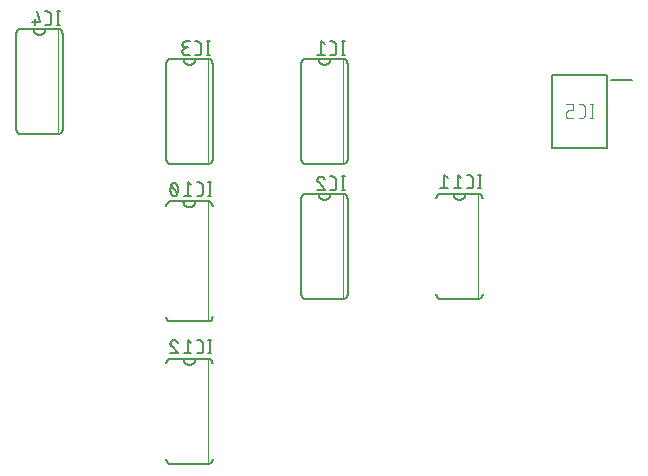
<source format=gbr>
G04 EAGLE Gerber RS-274X export*
G75*
%MOMM*%
%FSLAX34Y34*%
%LPD*%
%INSilkscreen Bottom*%
%IPPOS*%
%AMOC8*
5,1,8,0,0,1.08239X$1,22.5*%
G01*
%ADD10C,0.152400*%
%ADD11C,0.050800*%
%ADD12C,0.127000*%
%ADD13C,0.200000*%
%ADD14C,0.101600*%


D10*
X561848Y482600D02*
X561970Y482602D01*
X562092Y482608D01*
X562214Y482618D01*
X562335Y482631D01*
X562456Y482649D01*
X562576Y482670D01*
X562696Y482696D01*
X562814Y482725D01*
X562932Y482757D01*
X563049Y482794D01*
X563164Y482834D01*
X563278Y482878D01*
X563390Y482926D01*
X563501Y482977D01*
X563610Y483032D01*
X563718Y483090D01*
X563823Y483152D01*
X563926Y483217D01*
X564028Y483285D01*
X564127Y483357D01*
X564223Y483431D01*
X564318Y483509D01*
X564409Y483590D01*
X564499Y483673D01*
X564585Y483759D01*
X564668Y483849D01*
X564749Y483940D01*
X564827Y484035D01*
X564901Y484131D01*
X564973Y484230D01*
X565041Y484332D01*
X565106Y484435D01*
X565168Y484540D01*
X565226Y484648D01*
X565281Y484757D01*
X565332Y484868D01*
X565380Y484980D01*
X565424Y485094D01*
X565464Y485209D01*
X565501Y485326D01*
X565533Y485444D01*
X565562Y485562D01*
X565588Y485682D01*
X565609Y485802D01*
X565627Y485923D01*
X565640Y486044D01*
X565650Y486166D01*
X565656Y486288D01*
X565658Y486410D01*
X526542Y580390D02*
X526544Y580512D01*
X526550Y580634D01*
X526560Y580756D01*
X526573Y580877D01*
X526591Y580998D01*
X526612Y581118D01*
X526638Y581238D01*
X526667Y581356D01*
X526699Y581474D01*
X526736Y581591D01*
X526776Y581706D01*
X526820Y581820D01*
X526868Y581932D01*
X526919Y582043D01*
X526974Y582152D01*
X527032Y582260D01*
X527094Y582365D01*
X527159Y582468D01*
X527227Y582570D01*
X527299Y582669D01*
X527373Y582765D01*
X527451Y582860D01*
X527532Y582951D01*
X527615Y583041D01*
X527701Y583127D01*
X527791Y583210D01*
X527882Y583291D01*
X527977Y583369D01*
X528073Y583443D01*
X528172Y583515D01*
X528274Y583583D01*
X528377Y583648D01*
X528482Y583710D01*
X528590Y583768D01*
X528699Y583823D01*
X528810Y583874D01*
X528922Y583922D01*
X529036Y583966D01*
X529151Y584006D01*
X529268Y584043D01*
X529386Y584075D01*
X529504Y584104D01*
X529624Y584130D01*
X529744Y584151D01*
X529865Y584169D01*
X529986Y584182D01*
X530108Y584192D01*
X530230Y584198D01*
X530352Y584200D01*
X526542Y486410D02*
X526544Y486288D01*
X526550Y486166D01*
X526560Y486044D01*
X526573Y485923D01*
X526591Y485802D01*
X526612Y485682D01*
X526638Y485562D01*
X526667Y485444D01*
X526699Y485326D01*
X526736Y485209D01*
X526776Y485094D01*
X526820Y484980D01*
X526868Y484868D01*
X526919Y484757D01*
X526974Y484648D01*
X527032Y484540D01*
X527094Y484435D01*
X527159Y484332D01*
X527227Y484230D01*
X527299Y484131D01*
X527373Y484035D01*
X527451Y483940D01*
X527532Y483849D01*
X527615Y483759D01*
X527701Y483673D01*
X527791Y483590D01*
X527882Y483509D01*
X527977Y483431D01*
X528073Y483357D01*
X528172Y483285D01*
X528274Y483217D01*
X528377Y483152D01*
X528482Y483090D01*
X528590Y483032D01*
X528699Y482977D01*
X528810Y482926D01*
X528922Y482878D01*
X529036Y482834D01*
X529151Y482794D01*
X529268Y482757D01*
X529386Y482725D01*
X529504Y482696D01*
X529624Y482670D01*
X529744Y482649D01*
X529865Y482631D01*
X529986Y482618D01*
X530108Y482608D01*
X530230Y482602D01*
X530352Y482600D01*
X565658Y580390D02*
X565656Y580512D01*
X565650Y580634D01*
X565640Y580756D01*
X565627Y580877D01*
X565609Y580998D01*
X565588Y581118D01*
X565562Y581238D01*
X565533Y581356D01*
X565501Y581474D01*
X565464Y581591D01*
X565424Y581706D01*
X565380Y581820D01*
X565332Y581932D01*
X565281Y582043D01*
X565226Y582152D01*
X565168Y582260D01*
X565106Y582365D01*
X565041Y582468D01*
X564973Y582570D01*
X564901Y582669D01*
X564827Y582765D01*
X564749Y582860D01*
X564668Y582951D01*
X564585Y583041D01*
X564499Y583127D01*
X564409Y583210D01*
X564318Y583291D01*
X564223Y583369D01*
X564127Y583443D01*
X564028Y583515D01*
X563926Y583583D01*
X563823Y583648D01*
X563718Y583710D01*
X563610Y583768D01*
X563501Y583823D01*
X563390Y583874D01*
X563278Y583922D01*
X563164Y583966D01*
X563049Y584006D01*
X562932Y584043D01*
X562814Y584075D01*
X562696Y584104D01*
X562576Y584130D01*
X562456Y584151D01*
X562335Y584169D01*
X562214Y584182D01*
X562092Y584192D01*
X561970Y584198D01*
X561848Y584200D01*
X561848Y482600D02*
X530352Y482600D01*
X530352Y584200D02*
X541020Y584200D01*
X551180Y584200D01*
X561848Y584200D01*
X551180Y584200D02*
X551178Y584059D01*
X551172Y583918D01*
X551162Y583777D01*
X551149Y583636D01*
X551131Y583496D01*
X551109Y583357D01*
X551084Y583218D01*
X551055Y583079D01*
X551022Y582942D01*
X550985Y582806D01*
X550944Y582671D01*
X550900Y582536D01*
X550852Y582404D01*
X550800Y582272D01*
X550745Y582142D01*
X550686Y582014D01*
X550623Y581887D01*
X550557Y581763D01*
X550488Y581640D01*
X550415Y581519D01*
X550339Y581400D01*
X550259Y581283D01*
X550176Y581169D01*
X550091Y581056D01*
X550002Y580947D01*
X549910Y580839D01*
X549815Y580735D01*
X549717Y580633D01*
X549616Y580534D01*
X549513Y580437D01*
X549407Y580344D01*
X549299Y580254D01*
X549188Y580166D01*
X549075Y580082D01*
X548959Y580001D01*
X548841Y579923D01*
X548721Y579848D01*
X548599Y579777D01*
X548475Y579709D01*
X548349Y579645D01*
X548222Y579584D01*
X548093Y579527D01*
X547962Y579474D01*
X547830Y579424D01*
X547697Y579377D01*
X547562Y579335D01*
X547426Y579296D01*
X547289Y579261D01*
X547152Y579230D01*
X547013Y579203D01*
X546874Y579179D01*
X546734Y579160D01*
X546594Y579144D01*
X546453Y579132D01*
X546312Y579124D01*
X546171Y579120D01*
X546029Y579120D01*
X545888Y579124D01*
X545747Y579132D01*
X545606Y579144D01*
X545466Y579160D01*
X545326Y579179D01*
X545187Y579203D01*
X545048Y579230D01*
X544911Y579261D01*
X544774Y579296D01*
X544638Y579335D01*
X544503Y579377D01*
X544370Y579424D01*
X544238Y579474D01*
X544107Y579527D01*
X543978Y579584D01*
X543851Y579645D01*
X543725Y579709D01*
X543601Y579777D01*
X543479Y579848D01*
X543359Y579923D01*
X543241Y580001D01*
X543125Y580082D01*
X543012Y580166D01*
X542901Y580254D01*
X542793Y580344D01*
X542687Y580437D01*
X542584Y580534D01*
X542483Y580633D01*
X542385Y580735D01*
X542290Y580839D01*
X542198Y580947D01*
X542109Y581056D01*
X542024Y581169D01*
X541941Y581283D01*
X541861Y581400D01*
X541785Y581519D01*
X541712Y581640D01*
X541643Y581763D01*
X541577Y581887D01*
X541514Y582014D01*
X541455Y582142D01*
X541400Y582272D01*
X541348Y582404D01*
X541300Y582536D01*
X541256Y582671D01*
X541215Y582806D01*
X541178Y582942D01*
X541145Y583079D01*
X541116Y583218D01*
X541091Y583357D01*
X541069Y583496D01*
X541051Y583636D01*
X541038Y583777D01*
X541028Y583918D01*
X541022Y584059D01*
X541020Y584200D01*
D11*
X562102Y584200D02*
X562102Y482600D01*
D12*
X563245Y588645D02*
X563245Y600075D01*
X564515Y588645D02*
X561975Y588645D01*
X561975Y600075D02*
X564515Y600075D01*
X554773Y588645D02*
X552233Y588645D01*
X554773Y588645D02*
X554873Y588647D01*
X554972Y588653D01*
X555072Y588663D01*
X555170Y588676D01*
X555269Y588694D01*
X555366Y588715D01*
X555462Y588740D01*
X555558Y588769D01*
X555652Y588802D01*
X555745Y588838D01*
X555836Y588878D01*
X555926Y588922D01*
X556014Y588969D01*
X556100Y589019D01*
X556184Y589073D01*
X556266Y589130D01*
X556345Y589190D01*
X556423Y589254D01*
X556497Y589320D01*
X556569Y589389D01*
X556638Y589461D01*
X556704Y589535D01*
X556768Y589613D01*
X556828Y589692D01*
X556885Y589774D01*
X556939Y589858D01*
X556989Y589944D01*
X557036Y590032D01*
X557080Y590122D01*
X557120Y590213D01*
X557156Y590306D01*
X557189Y590400D01*
X557218Y590496D01*
X557243Y590592D01*
X557264Y590689D01*
X557282Y590788D01*
X557295Y590886D01*
X557305Y590986D01*
X557311Y591085D01*
X557313Y591185D01*
X557313Y597535D01*
X557311Y597635D01*
X557305Y597734D01*
X557295Y597834D01*
X557282Y597932D01*
X557264Y598031D01*
X557243Y598128D01*
X557218Y598224D01*
X557189Y598320D01*
X557156Y598414D01*
X557120Y598507D01*
X557080Y598598D01*
X557036Y598688D01*
X556989Y598776D01*
X556939Y598862D01*
X556885Y598946D01*
X556828Y599028D01*
X556768Y599107D01*
X556704Y599185D01*
X556638Y599259D01*
X556569Y599331D01*
X556497Y599400D01*
X556423Y599466D01*
X556345Y599530D01*
X556266Y599590D01*
X556184Y599647D01*
X556100Y599701D01*
X556014Y599751D01*
X555926Y599798D01*
X555836Y599842D01*
X555745Y599882D01*
X555652Y599918D01*
X555558Y599951D01*
X555462Y599980D01*
X555366Y600005D01*
X555269Y600026D01*
X555170Y600044D01*
X555072Y600057D01*
X554972Y600067D01*
X554873Y600073D01*
X554773Y600075D01*
X552233Y600075D01*
X547751Y597535D02*
X544576Y600075D01*
X544576Y588645D01*
X547751Y588645D02*
X541401Y588645D01*
X536321Y594360D02*
X536318Y594585D01*
X536310Y594810D01*
X536297Y595034D01*
X536278Y595258D01*
X536254Y595482D01*
X536225Y595705D01*
X536190Y595927D01*
X536150Y596148D01*
X536104Y596368D01*
X536054Y596587D01*
X535998Y596805D01*
X535937Y597022D01*
X535871Y597237D01*
X535800Y597450D01*
X535723Y597661D01*
X535642Y597871D01*
X535556Y598079D01*
X535465Y598284D01*
X535369Y598487D01*
X535369Y598488D02*
X535337Y598576D01*
X535301Y598663D01*
X535262Y598749D01*
X535219Y598833D01*
X535173Y598915D01*
X535124Y598995D01*
X535072Y599073D01*
X535016Y599149D01*
X534958Y599223D01*
X534896Y599294D01*
X534832Y599363D01*
X534765Y599429D01*
X534696Y599492D01*
X534624Y599553D01*
X534550Y599611D01*
X534473Y599665D01*
X534395Y599717D01*
X534314Y599765D01*
X534232Y599810D01*
X534147Y599852D01*
X534061Y599890D01*
X533974Y599925D01*
X533886Y599957D01*
X533796Y599984D01*
X533705Y600009D01*
X533613Y600029D01*
X533521Y600046D01*
X533427Y600059D01*
X533334Y600068D01*
X533240Y600074D01*
X533146Y600076D01*
X533052Y600074D01*
X532958Y600068D01*
X532865Y600059D01*
X532771Y600046D01*
X532679Y600029D01*
X532587Y600009D01*
X532496Y599984D01*
X532406Y599957D01*
X532318Y599925D01*
X532231Y599890D01*
X532145Y599852D01*
X532060Y599810D01*
X531978Y599765D01*
X531897Y599717D01*
X531819Y599665D01*
X531742Y599611D01*
X531668Y599553D01*
X531596Y599492D01*
X531527Y599429D01*
X531460Y599363D01*
X531396Y599294D01*
X531334Y599223D01*
X531276Y599149D01*
X531220Y599073D01*
X531168Y598995D01*
X531119Y598915D01*
X531073Y598833D01*
X531030Y598749D01*
X530991Y598663D01*
X530955Y598576D01*
X530923Y598488D01*
X530923Y598487D02*
X530827Y598284D01*
X530736Y598079D01*
X530650Y597871D01*
X530569Y597661D01*
X530492Y597450D01*
X530421Y597237D01*
X530355Y597022D01*
X530294Y596805D01*
X530238Y596587D01*
X530188Y596368D01*
X530142Y596148D01*
X530102Y595927D01*
X530067Y595705D01*
X530038Y595482D01*
X530014Y595258D01*
X529995Y595034D01*
X529982Y594810D01*
X529974Y594585D01*
X529971Y594360D01*
X536321Y594360D02*
X536318Y594135D01*
X536310Y593910D01*
X536297Y593686D01*
X536278Y593462D01*
X536254Y593238D01*
X536225Y593015D01*
X536190Y592793D01*
X536150Y592572D01*
X536104Y592352D01*
X536054Y592133D01*
X535998Y591915D01*
X535937Y591698D01*
X535871Y591483D01*
X535800Y591270D01*
X535723Y591059D01*
X535642Y590849D01*
X535556Y590641D01*
X535465Y590436D01*
X535369Y590233D01*
X535337Y590145D01*
X535301Y590058D01*
X535262Y589972D01*
X535219Y589888D01*
X535173Y589806D01*
X535124Y589726D01*
X535072Y589648D01*
X535016Y589572D01*
X534958Y589498D01*
X534896Y589427D01*
X534832Y589358D01*
X534765Y589292D01*
X534696Y589229D01*
X534624Y589168D01*
X534550Y589110D01*
X534473Y589056D01*
X534395Y589004D01*
X534314Y588956D01*
X534232Y588911D01*
X534147Y588869D01*
X534061Y588831D01*
X533974Y588796D01*
X533886Y588764D01*
X533796Y588737D01*
X533705Y588712D01*
X533613Y588692D01*
X533521Y588675D01*
X533427Y588662D01*
X533334Y588653D01*
X533240Y588647D01*
X533146Y588645D01*
X530923Y590233D02*
X530827Y590436D01*
X530736Y590641D01*
X530650Y590849D01*
X530569Y591059D01*
X530492Y591270D01*
X530421Y591483D01*
X530355Y591698D01*
X530294Y591915D01*
X530238Y592133D01*
X530188Y592352D01*
X530142Y592572D01*
X530102Y592793D01*
X530067Y593015D01*
X530038Y593238D01*
X530014Y593462D01*
X529995Y593686D01*
X529982Y593910D01*
X529974Y594135D01*
X529971Y594360D01*
X530923Y590233D02*
X530955Y590145D01*
X530991Y590058D01*
X531030Y589972D01*
X531073Y589888D01*
X531119Y589806D01*
X531168Y589726D01*
X531220Y589648D01*
X531276Y589572D01*
X531334Y589498D01*
X531396Y589427D01*
X531460Y589358D01*
X531527Y589292D01*
X531596Y589229D01*
X531668Y589168D01*
X531742Y589110D01*
X531819Y589056D01*
X531897Y589004D01*
X531978Y588956D01*
X532060Y588911D01*
X532145Y588869D01*
X532231Y588831D01*
X532318Y588796D01*
X532406Y588764D01*
X532496Y588737D01*
X532587Y588712D01*
X532679Y588692D01*
X532771Y588675D01*
X532865Y588662D01*
X532958Y588653D01*
X533052Y588647D01*
X533146Y588645D01*
X535686Y591185D02*
X530606Y597535D01*
D10*
X790448Y501650D02*
X790570Y501652D01*
X790692Y501658D01*
X790814Y501668D01*
X790935Y501681D01*
X791056Y501699D01*
X791176Y501720D01*
X791296Y501746D01*
X791414Y501775D01*
X791532Y501807D01*
X791649Y501844D01*
X791764Y501884D01*
X791878Y501928D01*
X791990Y501976D01*
X792101Y502027D01*
X792210Y502082D01*
X792318Y502140D01*
X792423Y502202D01*
X792526Y502267D01*
X792628Y502335D01*
X792727Y502407D01*
X792823Y502481D01*
X792918Y502559D01*
X793009Y502640D01*
X793099Y502723D01*
X793185Y502809D01*
X793268Y502899D01*
X793349Y502990D01*
X793427Y503085D01*
X793501Y503181D01*
X793573Y503280D01*
X793641Y503382D01*
X793706Y503485D01*
X793768Y503590D01*
X793826Y503698D01*
X793881Y503807D01*
X793932Y503918D01*
X793980Y504030D01*
X794024Y504144D01*
X794064Y504259D01*
X794101Y504376D01*
X794133Y504494D01*
X794162Y504612D01*
X794188Y504732D01*
X794209Y504852D01*
X794227Y504973D01*
X794240Y505094D01*
X794250Y505216D01*
X794256Y505338D01*
X794258Y505460D01*
X755142Y586740D02*
X755144Y586862D01*
X755150Y586984D01*
X755160Y587106D01*
X755173Y587227D01*
X755191Y587348D01*
X755212Y587468D01*
X755238Y587588D01*
X755267Y587706D01*
X755299Y587824D01*
X755336Y587941D01*
X755376Y588056D01*
X755420Y588170D01*
X755468Y588282D01*
X755519Y588393D01*
X755574Y588502D01*
X755632Y588610D01*
X755694Y588715D01*
X755759Y588818D01*
X755827Y588920D01*
X755899Y589019D01*
X755973Y589115D01*
X756051Y589210D01*
X756132Y589301D01*
X756215Y589391D01*
X756301Y589477D01*
X756391Y589560D01*
X756482Y589641D01*
X756577Y589719D01*
X756673Y589793D01*
X756772Y589865D01*
X756874Y589933D01*
X756977Y589998D01*
X757082Y590060D01*
X757190Y590118D01*
X757299Y590173D01*
X757410Y590224D01*
X757522Y590272D01*
X757636Y590316D01*
X757751Y590356D01*
X757868Y590393D01*
X757986Y590425D01*
X758104Y590454D01*
X758224Y590480D01*
X758344Y590501D01*
X758465Y590519D01*
X758586Y590532D01*
X758708Y590542D01*
X758830Y590548D01*
X758952Y590550D01*
X755142Y505460D02*
X755144Y505338D01*
X755150Y505216D01*
X755160Y505094D01*
X755173Y504973D01*
X755191Y504852D01*
X755212Y504732D01*
X755238Y504612D01*
X755267Y504494D01*
X755299Y504376D01*
X755336Y504259D01*
X755376Y504144D01*
X755420Y504030D01*
X755468Y503918D01*
X755519Y503807D01*
X755574Y503698D01*
X755632Y503590D01*
X755694Y503485D01*
X755759Y503382D01*
X755827Y503280D01*
X755899Y503181D01*
X755973Y503085D01*
X756051Y502990D01*
X756132Y502899D01*
X756215Y502809D01*
X756301Y502723D01*
X756391Y502640D01*
X756482Y502559D01*
X756577Y502481D01*
X756673Y502407D01*
X756772Y502335D01*
X756874Y502267D01*
X756977Y502202D01*
X757082Y502140D01*
X757190Y502082D01*
X757299Y502027D01*
X757410Y501976D01*
X757522Y501928D01*
X757636Y501884D01*
X757751Y501844D01*
X757868Y501807D01*
X757986Y501775D01*
X758104Y501746D01*
X758224Y501720D01*
X758344Y501699D01*
X758465Y501681D01*
X758586Y501668D01*
X758708Y501658D01*
X758830Y501652D01*
X758952Y501650D01*
X794258Y586740D02*
X794256Y586862D01*
X794250Y586984D01*
X794240Y587106D01*
X794227Y587227D01*
X794209Y587348D01*
X794188Y587468D01*
X794162Y587588D01*
X794133Y587706D01*
X794101Y587824D01*
X794064Y587941D01*
X794024Y588056D01*
X793980Y588170D01*
X793932Y588282D01*
X793881Y588393D01*
X793826Y588502D01*
X793768Y588610D01*
X793706Y588715D01*
X793641Y588818D01*
X793573Y588920D01*
X793501Y589019D01*
X793427Y589115D01*
X793349Y589210D01*
X793268Y589301D01*
X793185Y589391D01*
X793099Y589477D01*
X793009Y589560D01*
X792918Y589641D01*
X792823Y589719D01*
X792727Y589793D01*
X792628Y589865D01*
X792526Y589933D01*
X792423Y589998D01*
X792318Y590060D01*
X792210Y590118D01*
X792101Y590173D01*
X791990Y590224D01*
X791878Y590272D01*
X791764Y590316D01*
X791649Y590356D01*
X791532Y590393D01*
X791414Y590425D01*
X791296Y590454D01*
X791176Y590480D01*
X791056Y590501D01*
X790935Y590519D01*
X790814Y590532D01*
X790692Y590542D01*
X790570Y590548D01*
X790448Y590550D01*
X790448Y501650D02*
X758952Y501650D01*
X758952Y590550D02*
X769620Y590550D01*
X779780Y590550D01*
X790448Y590550D01*
X779780Y590550D02*
X779778Y590409D01*
X779772Y590268D01*
X779762Y590127D01*
X779749Y589986D01*
X779731Y589846D01*
X779709Y589707D01*
X779684Y589568D01*
X779655Y589429D01*
X779622Y589292D01*
X779585Y589156D01*
X779544Y589021D01*
X779500Y588886D01*
X779452Y588754D01*
X779400Y588622D01*
X779345Y588492D01*
X779286Y588364D01*
X779223Y588237D01*
X779157Y588113D01*
X779088Y587990D01*
X779015Y587869D01*
X778939Y587750D01*
X778859Y587633D01*
X778776Y587519D01*
X778691Y587406D01*
X778602Y587297D01*
X778510Y587189D01*
X778415Y587085D01*
X778317Y586983D01*
X778216Y586884D01*
X778113Y586787D01*
X778007Y586694D01*
X777899Y586604D01*
X777788Y586516D01*
X777675Y586432D01*
X777559Y586351D01*
X777441Y586273D01*
X777321Y586198D01*
X777199Y586127D01*
X777075Y586059D01*
X776949Y585995D01*
X776822Y585934D01*
X776693Y585877D01*
X776562Y585824D01*
X776430Y585774D01*
X776297Y585727D01*
X776162Y585685D01*
X776026Y585646D01*
X775889Y585611D01*
X775752Y585580D01*
X775613Y585553D01*
X775474Y585529D01*
X775334Y585510D01*
X775194Y585494D01*
X775053Y585482D01*
X774912Y585474D01*
X774771Y585470D01*
X774629Y585470D01*
X774488Y585474D01*
X774347Y585482D01*
X774206Y585494D01*
X774066Y585510D01*
X773926Y585529D01*
X773787Y585553D01*
X773648Y585580D01*
X773511Y585611D01*
X773374Y585646D01*
X773238Y585685D01*
X773103Y585727D01*
X772970Y585774D01*
X772838Y585824D01*
X772707Y585877D01*
X772578Y585934D01*
X772451Y585995D01*
X772325Y586059D01*
X772201Y586127D01*
X772079Y586198D01*
X771959Y586273D01*
X771841Y586351D01*
X771725Y586432D01*
X771612Y586516D01*
X771501Y586604D01*
X771393Y586694D01*
X771287Y586787D01*
X771184Y586884D01*
X771083Y586983D01*
X770985Y587085D01*
X770890Y587189D01*
X770798Y587297D01*
X770709Y587406D01*
X770624Y587519D01*
X770541Y587633D01*
X770461Y587750D01*
X770385Y587869D01*
X770312Y587990D01*
X770243Y588113D01*
X770177Y588237D01*
X770114Y588364D01*
X770055Y588492D01*
X770000Y588622D01*
X769948Y588754D01*
X769900Y588886D01*
X769856Y589021D01*
X769815Y589156D01*
X769778Y589292D01*
X769745Y589429D01*
X769716Y589568D01*
X769691Y589707D01*
X769669Y589846D01*
X769651Y589986D01*
X769638Y590127D01*
X769628Y590268D01*
X769622Y590409D01*
X769620Y590550D01*
D11*
X790702Y590550D02*
X790702Y501650D01*
D12*
X791845Y594995D02*
X791845Y606425D01*
X793115Y594995D02*
X790575Y594995D01*
X790575Y606425D02*
X793115Y606425D01*
X783373Y594995D02*
X780833Y594995D01*
X783373Y594995D02*
X783473Y594997D01*
X783572Y595003D01*
X783672Y595013D01*
X783770Y595026D01*
X783869Y595044D01*
X783966Y595065D01*
X784062Y595090D01*
X784158Y595119D01*
X784252Y595152D01*
X784345Y595188D01*
X784436Y595228D01*
X784526Y595272D01*
X784614Y595319D01*
X784700Y595369D01*
X784784Y595423D01*
X784866Y595480D01*
X784945Y595540D01*
X785023Y595604D01*
X785097Y595670D01*
X785169Y595739D01*
X785238Y595811D01*
X785304Y595885D01*
X785368Y595963D01*
X785428Y596042D01*
X785485Y596124D01*
X785539Y596208D01*
X785589Y596294D01*
X785636Y596382D01*
X785680Y596472D01*
X785720Y596563D01*
X785756Y596656D01*
X785789Y596750D01*
X785818Y596846D01*
X785843Y596942D01*
X785864Y597039D01*
X785882Y597138D01*
X785895Y597236D01*
X785905Y597336D01*
X785911Y597435D01*
X785913Y597535D01*
X785913Y603885D01*
X785911Y603985D01*
X785905Y604084D01*
X785895Y604184D01*
X785882Y604282D01*
X785864Y604381D01*
X785843Y604478D01*
X785818Y604574D01*
X785789Y604670D01*
X785756Y604764D01*
X785720Y604857D01*
X785680Y604948D01*
X785636Y605038D01*
X785589Y605126D01*
X785539Y605212D01*
X785485Y605296D01*
X785428Y605378D01*
X785368Y605457D01*
X785304Y605535D01*
X785238Y605609D01*
X785169Y605681D01*
X785097Y605750D01*
X785023Y605816D01*
X784945Y605880D01*
X784866Y605940D01*
X784784Y605997D01*
X784700Y606051D01*
X784614Y606101D01*
X784526Y606148D01*
X784436Y606192D01*
X784345Y606232D01*
X784252Y606268D01*
X784158Y606301D01*
X784062Y606330D01*
X783966Y606355D01*
X783869Y606376D01*
X783770Y606394D01*
X783672Y606407D01*
X783572Y606417D01*
X783473Y606423D01*
X783373Y606425D01*
X780833Y606425D01*
X776351Y603885D02*
X773176Y606425D01*
X773176Y594995D01*
X776351Y594995D02*
X770001Y594995D01*
X764921Y603885D02*
X761746Y606425D01*
X761746Y594995D01*
X764921Y594995D02*
X758571Y594995D01*
D10*
X565658Y365760D02*
X565656Y365638D01*
X565650Y365516D01*
X565640Y365394D01*
X565627Y365273D01*
X565609Y365152D01*
X565588Y365032D01*
X565562Y364912D01*
X565533Y364794D01*
X565501Y364676D01*
X565464Y364559D01*
X565424Y364444D01*
X565380Y364330D01*
X565332Y364218D01*
X565281Y364107D01*
X565226Y363998D01*
X565168Y363890D01*
X565106Y363785D01*
X565041Y363682D01*
X564973Y363580D01*
X564901Y363481D01*
X564827Y363385D01*
X564749Y363290D01*
X564668Y363199D01*
X564585Y363109D01*
X564499Y363023D01*
X564409Y362940D01*
X564318Y362859D01*
X564223Y362781D01*
X564127Y362707D01*
X564028Y362635D01*
X563926Y362567D01*
X563823Y362502D01*
X563718Y362440D01*
X563610Y362382D01*
X563501Y362327D01*
X563390Y362276D01*
X563278Y362228D01*
X563164Y362184D01*
X563049Y362144D01*
X562932Y362107D01*
X562814Y362075D01*
X562696Y362046D01*
X562576Y362020D01*
X562456Y361999D01*
X562335Y361981D01*
X562214Y361968D01*
X562092Y361958D01*
X561970Y361952D01*
X561848Y361950D01*
X526542Y447040D02*
X526544Y447162D01*
X526550Y447284D01*
X526560Y447406D01*
X526573Y447527D01*
X526591Y447648D01*
X526612Y447768D01*
X526638Y447888D01*
X526667Y448006D01*
X526699Y448124D01*
X526736Y448241D01*
X526776Y448356D01*
X526820Y448470D01*
X526868Y448582D01*
X526919Y448693D01*
X526974Y448802D01*
X527032Y448910D01*
X527094Y449015D01*
X527159Y449118D01*
X527227Y449220D01*
X527299Y449319D01*
X527373Y449415D01*
X527451Y449510D01*
X527532Y449601D01*
X527615Y449691D01*
X527701Y449777D01*
X527791Y449860D01*
X527882Y449941D01*
X527977Y450019D01*
X528073Y450093D01*
X528172Y450165D01*
X528274Y450233D01*
X528377Y450298D01*
X528482Y450360D01*
X528590Y450418D01*
X528699Y450473D01*
X528810Y450524D01*
X528922Y450572D01*
X529036Y450616D01*
X529151Y450656D01*
X529268Y450693D01*
X529386Y450725D01*
X529504Y450754D01*
X529624Y450780D01*
X529744Y450801D01*
X529865Y450819D01*
X529986Y450832D01*
X530108Y450842D01*
X530230Y450848D01*
X530352Y450850D01*
X526542Y365760D02*
X526544Y365638D01*
X526550Y365516D01*
X526560Y365394D01*
X526573Y365273D01*
X526591Y365152D01*
X526612Y365032D01*
X526638Y364912D01*
X526667Y364794D01*
X526699Y364676D01*
X526736Y364559D01*
X526776Y364444D01*
X526820Y364330D01*
X526868Y364218D01*
X526919Y364107D01*
X526974Y363998D01*
X527032Y363890D01*
X527094Y363785D01*
X527159Y363682D01*
X527227Y363580D01*
X527299Y363481D01*
X527373Y363385D01*
X527451Y363290D01*
X527532Y363199D01*
X527615Y363109D01*
X527701Y363023D01*
X527791Y362940D01*
X527882Y362859D01*
X527977Y362781D01*
X528073Y362707D01*
X528172Y362635D01*
X528274Y362567D01*
X528377Y362502D01*
X528482Y362440D01*
X528590Y362382D01*
X528699Y362327D01*
X528810Y362276D01*
X528922Y362228D01*
X529036Y362184D01*
X529151Y362144D01*
X529268Y362107D01*
X529386Y362075D01*
X529504Y362046D01*
X529624Y362020D01*
X529744Y361999D01*
X529865Y361981D01*
X529986Y361968D01*
X530108Y361958D01*
X530230Y361952D01*
X530352Y361950D01*
X565658Y447040D02*
X565656Y447162D01*
X565650Y447284D01*
X565640Y447406D01*
X565627Y447527D01*
X565609Y447648D01*
X565588Y447768D01*
X565562Y447888D01*
X565533Y448006D01*
X565501Y448124D01*
X565464Y448241D01*
X565424Y448356D01*
X565380Y448470D01*
X565332Y448582D01*
X565281Y448693D01*
X565226Y448802D01*
X565168Y448910D01*
X565106Y449015D01*
X565041Y449118D01*
X564973Y449220D01*
X564901Y449319D01*
X564827Y449415D01*
X564749Y449510D01*
X564668Y449601D01*
X564585Y449691D01*
X564499Y449777D01*
X564409Y449860D01*
X564318Y449941D01*
X564223Y450019D01*
X564127Y450093D01*
X564028Y450165D01*
X563926Y450233D01*
X563823Y450298D01*
X563718Y450360D01*
X563610Y450418D01*
X563501Y450473D01*
X563390Y450524D01*
X563278Y450572D01*
X563164Y450616D01*
X563049Y450656D01*
X562932Y450693D01*
X562814Y450725D01*
X562696Y450754D01*
X562576Y450780D01*
X562456Y450801D01*
X562335Y450819D01*
X562214Y450832D01*
X562092Y450842D01*
X561970Y450848D01*
X561848Y450850D01*
X561848Y361950D02*
X530352Y361950D01*
X530352Y450850D02*
X541020Y450850D01*
X551180Y450850D01*
X561848Y450850D01*
X551180Y450850D02*
X551178Y450709D01*
X551172Y450568D01*
X551162Y450427D01*
X551149Y450286D01*
X551131Y450146D01*
X551109Y450007D01*
X551084Y449868D01*
X551055Y449729D01*
X551022Y449592D01*
X550985Y449456D01*
X550944Y449321D01*
X550900Y449186D01*
X550852Y449054D01*
X550800Y448922D01*
X550745Y448792D01*
X550686Y448664D01*
X550623Y448537D01*
X550557Y448413D01*
X550488Y448290D01*
X550415Y448169D01*
X550339Y448050D01*
X550259Y447933D01*
X550176Y447819D01*
X550091Y447706D01*
X550002Y447597D01*
X549910Y447489D01*
X549815Y447385D01*
X549717Y447283D01*
X549616Y447184D01*
X549513Y447087D01*
X549407Y446994D01*
X549299Y446904D01*
X549188Y446816D01*
X549075Y446732D01*
X548959Y446651D01*
X548841Y446573D01*
X548721Y446498D01*
X548599Y446427D01*
X548475Y446359D01*
X548349Y446295D01*
X548222Y446234D01*
X548093Y446177D01*
X547962Y446124D01*
X547830Y446074D01*
X547697Y446027D01*
X547562Y445985D01*
X547426Y445946D01*
X547289Y445911D01*
X547152Y445880D01*
X547013Y445853D01*
X546874Y445829D01*
X546734Y445810D01*
X546594Y445794D01*
X546453Y445782D01*
X546312Y445774D01*
X546171Y445770D01*
X546029Y445770D01*
X545888Y445774D01*
X545747Y445782D01*
X545606Y445794D01*
X545466Y445810D01*
X545326Y445829D01*
X545187Y445853D01*
X545048Y445880D01*
X544911Y445911D01*
X544774Y445946D01*
X544638Y445985D01*
X544503Y446027D01*
X544370Y446074D01*
X544238Y446124D01*
X544107Y446177D01*
X543978Y446234D01*
X543851Y446295D01*
X543725Y446359D01*
X543601Y446427D01*
X543479Y446498D01*
X543359Y446573D01*
X543241Y446651D01*
X543125Y446732D01*
X543012Y446816D01*
X542901Y446904D01*
X542793Y446994D01*
X542687Y447087D01*
X542584Y447184D01*
X542483Y447283D01*
X542385Y447385D01*
X542290Y447489D01*
X542198Y447597D01*
X542109Y447706D01*
X542024Y447819D01*
X541941Y447933D01*
X541861Y448050D01*
X541785Y448169D01*
X541712Y448290D01*
X541643Y448413D01*
X541577Y448537D01*
X541514Y448664D01*
X541455Y448792D01*
X541400Y448922D01*
X541348Y449054D01*
X541300Y449186D01*
X541256Y449321D01*
X541215Y449456D01*
X541178Y449592D01*
X541145Y449729D01*
X541116Y449868D01*
X541091Y450007D01*
X541069Y450146D01*
X541051Y450286D01*
X541038Y450427D01*
X541028Y450568D01*
X541022Y450709D01*
X541020Y450850D01*
D11*
X562102Y450850D02*
X562102Y361950D01*
D12*
X563245Y455295D02*
X563245Y466725D01*
X564515Y455295D02*
X561975Y455295D01*
X561975Y466725D02*
X564515Y466725D01*
X554773Y455295D02*
X552233Y455295D01*
X554773Y455295D02*
X554873Y455297D01*
X554972Y455303D01*
X555072Y455313D01*
X555170Y455326D01*
X555269Y455344D01*
X555366Y455365D01*
X555462Y455390D01*
X555558Y455419D01*
X555652Y455452D01*
X555745Y455488D01*
X555836Y455528D01*
X555926Y455572D01*
X556014Y455619D01*
X556100Y455669D01*
X556184Y455723D01*
X556266Y455780D01*
X556345Y455840D01*
X556423Y455904D01*
X556497Y455970D01*
X556569Y456039D01*
X556638Y456111D01*
X556704Y456185D01*
X556768Y456263D01*
X556828Y456342D01*
X556885Y456424D01*
X556939Y456508D01*
X556989Y456594D01*
X557036Y456682D01*
X557080Y456772D01*
X557120Y456863D01*
X557156Y456956D01*
X557189Y457050D01*
X557218Y457146D01*
X557243Y457242D01*
X557264Y457339D01*
X557282Y457438D01*
X557295Y457536D01*
X557305Y457636D01*
X557311Y457735D01*
X557313Y457835D01*
X557313Y464185D01*
X557311Y464285D01*
X557305Y464384D01*
X557295Y464484D01*
X557282Y464582D01*
X557264Y464681D01*
X557243Y464778D01*
X557218Y464874D01*
X557189Y464970D01*
X557156Y465064D01*
X557120Y465157D01*
X557080Y465248D01*
X557036Y465338D01*
X556989Y465426D01*
X556939Y465512D01*
X556885Y465596D01*
X556828Y465678D01*
X556768Y465757D01*
X556704Y465835D01*
X556638Y465909D01*
X556569Y465981D01*
X556497Y466050D01*
X556423Y466116D01*
X556345Y466180D01*
X556266Y466240D01*
X556184Y466297D01*
X556100Y466351D01*
X556014Y466401D01*
X555926Y466448D01*
X555836Y466492D01*
X555745Y466532D01*
X555652Y466568D01*
X555558Y466601D01*
X555462Y466630D01*
X555366Y466655D01*
X555269Y466676D01*
X555170Y466694D01*
X555072Y466707D01*
X554972Y466717D01*
X554873Y466723D01*
X554773Y466725D01*
X552233Y466725D01*
X547751Y464185D02*
X544576Y466725D01*
X544576Y455295D01*
X547751Y455295D02*
X541401Y455295D01*
X529971Y463868D02*
X529973Y463972D01*
X529979Y464077D01*
X529988Y464181D01*
X530001Y464284D01*
X530019Y464387D01*
X530039Y464489D01*
X530064Y464591D01*
X530092Y464691D01*
X530124Y464791D01*
X530160Y464889D01*
X530199Y464986D01*
X530241Y465081D01*
X530287Y465175D01*
X530337Y465267D01*
X530389Y465357D01*
X530445Y465445D01*
X530505Y465531D01*
X530567Y465615D01*
X530632Y465696D01*
X530700Y465775D01*
X530772Y465852D01*
X530845Y465925D01*
X530922Y465997D01*
X531001Y466065D01*
X531082Y466130D01*
X531166Y466192D01*
X531252Y466252D01*
X531340Y466308D01*
X531430Y466360D01*
X531522Y466410D01*
X531616Y466456D01*
X531711Y466498D01*
X531808Y466537D01*
X531906Y466573D01*
X532006Y466605D01*
X532106Y466633D01*
X532208Y466658D01*
X532310Y466678D01*
X532413Y466696D01*
X532516Y466709D01*
X532620Y466718D01*
X532725Y466724D01*
X532829Y466726D01*
X532829Y466725D02*
X532947Y466723D01*
X533066Y466717D01*
X533184Y466708D01*
X533301Y466695D01*
X533418Y466677D01*
X533535Y466657D01*
X533651Y466632D01*
X533766Y466604D01*
X533879Y466571D01*
X533992Y466536D01*
X534104Y466496D01*
X534214Y466454D01*
X534323Y466407D01*
X534431Y466357D01*
X534536Y466304D01*
X534640Y466247D01*
X534742Y466187D01*
X534842Y466124D01*
X534940Y466057D01*
X535036Y465988D01*
X535129Y465915D01*
X535220Y465839D01*
X535309Y465761D01*
X535395Y465679D01*
X535478Y465595D01*
X535559Y465509D01*
X535636Y465419D01*
X535711Y465328D01*
X535783Y465234D01*
X535852Y465137D01*
X535917Y465039D01*
X535980Y464938D01*
X536039Y464835D01*
X536095Y464731D01*
X536147Y464625D01*
X536196Y464517D01*
X536241Y464408D01*
X536283Y464297D01*
X536321Y464185D01*
X530923Y461646D02*
X530847Y461721D01*
X530772Y461800D01*
X530701Y461881D01*
X530632Y461965D01*
X530567Y462051D01*
X530505Y462139D01*
X530445Y462229D01*
X530389Y462321D01*
X530336Y462416D01*
X530287Y462512D01*
X530241Y462610D01*
X530198Y462709D01*
X530159Y462810D01*
X530124Y462912D01*
X530092Y463015D01*
X530064Y463119D01*
X530039Y463224D01*
X530018Y463331D01*
X530001Y463437D01*
X529988Y463544D01*
X529979Y463652D01*
X529973Y463760D01*
X529971Y463868D01*
X530924Y461645D02*
X536321Y455295D01*
X529971Y455295D01*
D10*
X526542Y619760D02*
X526542Y701040D01*
X565658Y619760D02*
X565656Y619638D01*
X565650Y619516D01*
X565640Y619394D01*
X565627Y619273D01*
X565609Y619152D01*
X565588Y619032D01*
X565562Y618912D01*
X565533Y618794D01*
X565501Y618676D01*
X565464Y618559D01*
X565424Y618444D01*
X565380Y618330D01*
X565332Y618218D01*
X565281Y618107D01*
X565226Y617998D01*
X565168Y617890D01*
X565106Y617785D01*
X565041Y617682D01*
X564973Y617580D01*
X564901Y617481D01*
X564827Y617385D01*
X564749Y617290D01*
X564668Y617199D01*
X564585Y617109D01*
X564499Y617023D01*
X564409Y616940D01*
X564318Y616859D01*
X564223Y616781D01*
X564127Y616707D01*
X564028Y616635D01*
X563926Y616567D01*
X563823Y616502D01*
X563718Y616440D01*
X563610Y616382D01*
X563501Y616327D01*
X563390Y616276D01*
X563278Y616228D01*
X563164Y616184D01*
X563049Y616144D01*
X562932Y616107D01*
X562814Y616075D01*
X562696Y616046D01*
X562576Y616020D01*
X562456Y615999D01*
X562335Y615981D01*
X562214Y615968D01*
X562092Y615958D01*
X561970Y615952D01*
X561848Y615950D01*
X526542Y701040D02*
X526544Y701162D01*
X526550Y701284D01*
X526560Y701406D01*
X526573Y701527D01*
X526591Y701648D01*
X526612Y701768D01*
X526638Y701888D01*
X526667Y702006D01*
X526699Y702124D01*
X526736Y702241D01*
X526776Y702356D01*
X526820Y702470D01*
X526868Y702582D01*
X526919Y702693D01*
X526974Y702802D01*
X527032Y702910D01*
X527094Y703015D01*
X527159Y703118D01*
X527227Y703220D01*
X527299Y703319D01*
X527373Y703415D01*
X527451Y703510D01*
X527532Y703601D01*
X527615Y703691D01*
X527701Y703777D01*
X527791Y703860D01*
X527882Y703941D01*
X527977Y704019D01*
X528073Y704093D01*
X528172Y704165D01*
X528274Y704233D01*
X528377Y704298D01*
X528482Y704360D01*
X528590Y704418D01*
X528699Y704473D01*
X528810Y704524D01*
X528922Y704572D01*
X529036Y704616D01*
X529151Y704656D01*
X529268Y704693D01*
X529386Y704725D01*
X529504Y704754D01*
X529624Y704780D01*
X529744Y704801D01*
X529865Y704819D01*
X529986Y704832D01*
X530108Y704842D01*
X530230Y704848D01*
X530352Y704850D01*
X526542Y619760D02*
X526544Y619638D01*
X526550Y619516D01*
X526560Y619394D01*
X526573Y619273D01*
X526591Y619152D01*
X526612Y619032D01*
X526638Y618912D01*
X526667Y618794D01*
X526699Y618676D01*
X526736Y618559D01*
X526776Y618444D01*
X526820Y618330D01*
X526868Y618218D01*
X526919Y618107D01*
X526974Y617998D01*
X527032Y617890D01*
X527094Y617785D01*
X527159Y617682D01*
X527227Y617580D01*
X527299Y617481D01*
X527373Y617385D01*
X527451Y617290D01*
X527532Y617199D01*
X527615Y617109D01*
X527701Y617023D01*
X527791Y616940D01*
X527882Y616859D01*
X527977Y616781D01*
X528073Y616707D01*
X528172Y616635D01*
X528274Y616567D01*
X528377Y616502D01*
X528482Y616440D01*
X528590Y616382D01*
X528699Y616327D01*
X528810Y616276D01*
X528922Y616228D01*
X529036Y616184D01*
X529151Y616144D01*
X529268Y616107D01*
X529386Y616075D01*
X529504Y616046D01*
X529624Y616020D01*
X529744Y615999D01*
X529865Y615981D01*
X529986Y615968D01*
X530108Y615958D01*
X530230Y615952D01*
X530352Y615950D01*
X565658Y701040D02*
X565656Y701162D01*
X565650Y701284D01*
X565640Y701406D01*
X565627Y701527D01*
X565609Y701648D01*
X565588Y701768D01*
X565562Y701888D01*
X565533Y702006D01*
X565501Y702124D01*
X565464Y702241D01*
X565424Y702356D01*
X565380Y702470D01*
X565332Y702582D01*
X565281Y702693D01*
X565226Y702802D01*
X565168Y702910D01*
X565106Y703015D01*
X565041Y703118D01*
X564973Y703220D01*
X564901Y703319D01*
X564827Y703415D01*
X564749Y703510D01*
X564668Y703601D01*
X564585Y703691D01*
X564499Y703777D01*
X564409Y703860D01*
X564318Y703941D01*
X564223Y704019D01*
X564127Y704093D01*
X564028Y704165D01*
X563926Y704233D01*
X563823Y704298D01*
X563718Y704360D01*
X563610Y704418D01*
X563501Y704473D01*
X563390Y704524D01*
X563278Y704572D01*
X563164Y704616D01*
X563049Y704656D01*
X562932Y704693D01*
X562814Y704725D01*
X562696Y704754D01*
X562576Y704780D01*
X562456Y704801D01*
X562335Y704819D01*
X562214Y704832D01*
X562092Y704842D01*
X561970Y704848D01*
X561848Y704850D01*
X565658Y701040D02*
X565658Y619760D01*
X561848Y615950D02*
X530352Y615950D01*
X530352Y704850D02*
X541020Y704850D01*
X551180Y704850D01*
X561848Y704850D01*
X551180Y704850D02*
X551178Y704709D01*
X551172Y704568D01*
X551162Y704427D01*
X551149Y704286D01*
X551131Y704146D01*
X551109Y704007D01*
X551084Y703868D01*
X551055Y703729D01*
X551022Y703592D01*
X550985Y703456D01*
X550944Y703321D01*
X550900Y703186D01*
X550852Y703054D01*
X550800Y702922D01*
X550745Y702792D01*
X550686Y702664D01*
X550623Y702537D01*
X550557Y702413D01*
X550488Y702290D01*
X550415Y702169D01*
X550339Y702050D01*
X550259Y701933D01*
X550176Y701819D01*
X550091Y701706D01*
X550002Y701597D01*
X549910Y701489D01*
X549815Y701385D01*
X549717Y701283D01*
X549616Y701184D01*
X549513Y701087D01*
X549407Y700994D01*
X549299Y700904D01*
X549188Y700816D01*
X549075Y700732D01*
X548959Y700651D01*
X548841Y700573D01*
X548721Y700498D01*
X548599Y700427D01*
X548475Y700359D01*
X548349Y700295D01*
X548222Y700234D01*
X548093Y700177D01*
X547962Y700124D01*
X547830Y700074D01*
X547697Y700027D01*
X547562Y699985D01*
X547426Y699946D01*
X547289Y699911D01*
X547152Y699880D01*
X547013Y699853D01*
X546874Y699829D01*
X546734Y699810D01*
X546594Y699794D01*
X546453Y699782D01*
X546312Y699774D01*
X546171Y699770D01*
X546029Y699770D01*
X545888Y699774D01*
X545747Y699782D01*
X545606Y699794D01*
X545466Y699810D01*
X545326Y699829D01*
X545187Y699853D01*
X545048Y699880D01*
X544911Y699911D01*
X544774Y699946D01*
X544638Y699985D01*
X544503Y700027D01*
X544370Y700074D01*
X544238Y700124D01*
X544107Y700177D01*
X543978Y700234D01*
X543851Y700295D01*
X543725Y700359D01*
X543601Y700427D01*
X543479Y700498D01*
X543359Y700573D01*
X543241Y700651D01*
X543125Y700732D01*
X543012Y700816D01*
X542901Y700904D01*
X542793Y700994D01*
X542687Y701087D01*
X542584Y701184D01*
X542483Y701283D01*
X542385Y701385D01*
X542290Y701489D01*
X542198Y701597D01*
X542109Y701706D01*
X542024Y701819D01*
X541941Y701933D01*
X541861Y702050D01*
X541785Y702169D01*
X541712Y702290D01*
X541643Y702413D01*
X541577Y702537D01*
X541514Y702664D01*
X541455Y702792D01*
X541400Y702922D01*
X541348Y703054D01*
X541300Y703186D01*
X541256Y703321D01*
X541215Y703456D01*
X541178Y703592D01*
X541145Y703729D01*
X541116Y703868D01*
X541091Y704007D01*
X541069Y704146D01*
X541051Y704286D01*
X541038Y704427D01*
X541028Y704568D01*
X541022Y704709D01*
X541020Y704850D01*
D11*
X562102Y704850D02*
X562102Y615950D01*
D12*
X561975Y708025D02*
X561975Y719455D01*
X563245Y708025D02*
X560705Y708025D01*
X560705Y719455D02*
X563245Y719455D01*
X553503Y708025D02*
X550963Y708025D01*
X553503Y708025D02*
X553603Y708027D01*
X553702Y708033D01*
X553802Y708043D01*
X553900Y708056D01*
X553999Y708074D01*
X554096Y708095D01*
X554192Y708120D01*
X554288Y708149D01*
X554382Y708182D01*
X554475Y708218D01*
X554566Y708258D01*
X554656Y708302D01*
X554744Y708349D01*
X554830Y708399D01*
X554914Y708453D01*
X554996Y708510D01*
X555075Y708570D01*
X555153Y708634D01*
X555227Y708700D01*
X555299Y708769D01*
X555368Y708841D01*
X555434Y708915D01*
X555498Y708993D01*
X555558Y709072D01*
X555615Y709154D01*
X555669Y709238D01*
X555719Y709324D01*
X555766Y709412D01*
X555810Y709502D01*
X555850Y709593D01*
X555886Y709686D01*
X555919Y709780D01*
X555948Y709876D01*
X555973Y709972D01*
X555994Y710069D01*
X556012Y710168D01*
X556025Y710266D01*
X556035Y710366D01*
X556041Y710465D01*
X556043Y710565D01*
X556043Y716915D01*
X556041Y717015D01*
X556035Y717114D01*
X556025Y717214D01*
X556012Y717312D01*
X555994Y717411D01*
X555973Y717508D01*
X555948Y717604D01*
X555919Y717700D01*
X555886Y717794D01*
X555850Y717887D01*
X555810Y717978D01*
X555766Y718068D01*
X555719Y718156D01*
X555669Y718242D01*
X555615Y718326D01*
X555558Y718408D01*
X555498Y718487D01*
X555434Y718565D01*
X555368Y718639D01*
X555299Y718711D01*
X555227Y718780D01*
X555153Y718846D01*
X555075Y718910D01*
X554996Y718970D01*
X554914Y719027D01*
X554830Y719081D01*
X554744Y719131D01*
X554656Y719178D01*
X554566Y719222D01*
X554475Y719262D01*
X554382Y719298D01*
X554288Y719331D01*
X554192Y719360D01*
X554096Y719385D01*
X553999Y719406D01*
X553900Y719424D01*
X553802Y719437D01*
X553702Y719447D01*
X553603Y719453D01*
X553503Y719455D01*
X550963Y719455D01*
X546481Y708025D02*
X543306Y708025D01*
X543195Y708027D01*
X543085Y708033D01*
X542974Y708042D01*
X542864Y708056D01*
X542755Y708073D01*
X542646Y708094D01*
X542538Y708119D01*
X542431Y708148D01*
X542325Y708180D01*
X542220Y708216D01*
X542117Y708256D01*
X542015Y708299D01*
X541914Y708346D01*
X541815Y708397D01*
X541719Y708450D01*
X541624Y708507D01*
X541531Y708568D01*
X541440Y708631D01*
X541351Y708698D01*
X541265Y708768D01*
X541182Y708841D01*
X541100Y708916D01*
X541022Y708994D01*
X540947Y709076D01*
X540874Y709159D01*
X540804Y709245D01*
X540737Y709334D01*
X540674Y709425D01*
X540613Y709518D01*
X540556Y709613D01*
X540503Y709709D01*
X540452Y709808D01*
X540405Y709909D01*
X540362Y710011D01*
X540322Y710114D01*
X540286Y710219D01*
X540254Y710325D01*
X540225Y710432D01*
X540200Y710540D01*
X540179Y710649D01*
X540162Y710758D01*
X540148Y710868D01*
X540139Y710979D01*
X540133Y711089D01*
X540131Y711200D01*
X540133Y711311D01*
X540139Y711421D01*
X540148Y711532D01*
X540162Y711642D01*
X540179Y711751D01*
X540200Y711860D01*
X540225Y711968D01*
X540254Y712075D01*
X540286Y712181D01*
X540322Y712286D01*
X540362Y712389D01*
X540405Y712491D01*
X540452Y712592D01*
X540503Y712691D01*
X540556Y712788D01*
X540613Y712882D01*
X540674Y712975D01*
X540737Y713066D01*
X540804Y713155D01*
X540874Y713241D01*
X540947Y713324D01*
X541022Y713406D01*
X541100Y713484D01*
X541182Y713559D01*
X541265Y713632D01*
X541351Y713702D01*
X541440Y713769D01*
X541531Y713832D01*
X541624Y713893D01*
X541719Y713950D01*
X541815Y714003D01*
X541914Y714054D01*
X542015Y714101D01*
X542117Y714144D01*
X542220Y714184D01*
X542325Y714220D01*
X542431Y714252D01*
X542538Y714281D01*
X542646Y714306D01*
X542755Y714327D01*
X542864Y714344D01*
X542974Y714358D01*
X543085Y714367D01*
X543195Y714373D01*
X543306Y714375D01*
X542671Y719455D02*
X546481Y719455D01*
X542671Y719455D02*
X542571Y719453D01*
X542472Y719447D01*
X542372Y719437D01*
X542274Y719424D01*
X542175Y719406D01*
X542078Y719385D01*
X541982Y719360D01*
X541886Y719331D01*
X541792Y719298D01*
X541699Y719262D01*
X541608Y719222D01*
X541518Y719178D01*
X541430Y719131D01*
X541344Y719081D01*
X541260Y719027D01*
X541178Y718970D01*
X541099Y718910D01*
X541021Y718846D01*
X540947Y718780D01*
X540875Y718711D01*
X540806Y718639D01*
X540740Y718565D01*
X540676Y718487D01*
X540616Y718408D01*
X540559Y718326D01*
X540505Y718242D01*
X540455Y718156D01*
X540408Y718068D01*
X540364Y717978D01*
X540324Y717887D01*
X540288Y717794D01*
X540255Y717700D01*
X540226Y717604D01*
X540201Y717508D01*
X540180Y717411D01*
X540162Y717312D01*
X540149Y717214D01*
X540139Y717114D01*
X540133Y717015D01*
X540131Y716915D01*
X540133Y716815D01*
X540139Y716716D01*
X540149Y716616D01*
X540162Y716518D01*
X540180Y716419D01*
X540201Y716322D01*
X540226Y716226D01*
X540255Y716130D01*
X540288Y716036D01*
X540324Y715943D01*
X540364Y715852D01*
X540408Y715762D01*
X540455Y715674D01*
X540505Y715588D01*
X540559Y715504D01*
X540616Y715422D01*
X540676Y715343D01*
X540740Y715265D01*
X540806Y715191D01*
X540875Y715119D01*
X540947Y715050D01*
X541021Y714984D01*
X541099Y714920D01*
X541178Y714860D01*
X541260Y714803D01*
X541344Y714749D01*
X541430Y714699D01*
X541518Y714652D01*
X541608Y714608D01*
X541699Y714568D01*
X541792Y714532D01*
X541886Y714499D01*
X541982Y714470D01*
X542078Y714445D01*
X542175Y714424D01*
X542274Y714406D01*
X542372Y714393D01*
X542472Y714383D01*
X542571Y714377D01*
X542671Y714375D01*
X545211Y714375D01*
D10*
X640842Y701040D02*
X640842Y619760D01*
X676148Y615950D02*
X676270Y615952D01*
X676392Y615958D01*
X676514Y615968D01*
X676635Y615981D01*
X676756Y615999D01*
X676876Y616020D01*
X676996Y616046D01*
X677114Y616075D01*
X677232Y616107D01*
X677349Y616144D01*
X677464Y616184D01*
X677578Y616228D01*
X677690Y616276D01*
X677801Y616327D01*
X677910Y616382D01*
X678018Y616440D01*
X678123Y616502D01*
X678226Y616567D01*
X678328Y616635D01*
X678427Y616707D01*
X678523Y616781D01*
X678618Y616859D01*
X678709Y616940D01*
X678799Y617023D01*
X678885Y617109D01*
X678968Y617199D01*
X679049Y617290D01*
X679127Y617385D01*
X679201Y617481D01*
X679273Y617580D01*
X679341Y617682D01*
X679406Y617785D01*
X679468Y617890D01*
X679526Y617998D01*
X679581Y618107D01*
X679632Y618218D01*
X679680Y618330D01*
X679724Y618444D01*
X679764Y618559D01*
X679801Y618676D01*
X679833Y618794D01*
X679862Y618912D01*
X679888Y619032D01*
X679909Y619152D01*
X679927Y619273D01*
X679940Y619394D01*
X679950Y619516D01*
X679956Y619638D01*
X679958Y619760D01*
X640842Y701040D02*
X640844Y701162D01*
X640850Y701284D01*
X640860Y701406D01*
X640873Y701527D01*
X640891Y701648D01*
X640912Y701768D01*
X640938Y701888D01*
X640967Y702006D01*
X640999Y702124D01*
X641036Y702241D01*
X641076Y702356D01*
X641120Y702470D01*
X641168Y702582D01*
X641219Y702693D01*
X641274Y702802D01*
X641332Y702910D01*
X641394Y703015D01*
X641459Y703118D01*
X641527Y703220D01*
X641599Y703319D01*
X641673Y703415D01*
X641751Y703510D01*
X641832Y703601D01*
X641915Y703691D01*
X642001Y703777D01*
X642091Y703860D01*
X642182Y703941D01*
X642277Y704019D01*
X642373Y704093D01*
X642472Y704165D01*
X642574Y704233D01*
X642677Y704298D01*
X642782Y704360D01*
X642890Y704418D01*
X642999Y704473D01*
X643110Y704524D01*
X643222Y704572D01*
X643336Y704616D01*
X643451Y704656D01*
X643568Y704693D01*
X643686Y704725D01*
X643804Y704754D01*
X643924Y704780D01*
X644044Y704801D01*
X644165Y704819D01*
X644286Y704832D01*
X644408Y704842D01*
X644530Y704848D01*
X644652Y704850D01*
X640842Y619760D02*
X640844Y619638D01*
X640850Y619516D01*
X640860Y619394D01*
X640873Y619273D01*
X640891Y619152D01*
X640912Y619032D01*
X640938Y618912D01*
X640967Y618794D01*
X640999Y618676D01*
X641036Y618559D01*
X641076Y618444D01*
X641120Y618330D01*
X641168Y618218D01*
X641219Y618107D01*
X641274Y617998D01*
X641332Y617890D01*
X641394Y617785D01*
X641459Y617682D01*
X641527Y617580D01*
X641599Y617481D01*
X641673Y617385D01*
X641751Y617290D01*
X641832Y617199D01*
X641915Y617109D01*
X642001Y617023D01*
X642091Y616940D01*
X642182Y616859D01*
X642277Y616781D01*
X642373Y616707D01*
X642472Y616635D01*
X642574Y616567D01*
X642677Y616502D01*
X642782Y616440D01*
X642890Y616382D01*
X642999Y616327D01*
X643110Y616276D01*
X643222Y616228D01*
X643336Y616184D01*
X643451Y616144D01*
X643568Y616107D01*
X643686Y616075D01*
X643804Y616046D01*
X643924Y616020D01*
X644044Y615999D01*
X644165Y615981D01*
X644286Y615968D01*
X644408Y615958D01*
X644530Y615952D01*
X644652Y615950D01*
X679958Y701040D02*
X679956Y701162D01*
X679950Y701284D01*
X679940Y701406D01*
X679927Y701527D01*
X679909Y701648D01*
X679888Y701768D01*
X679862Y701888D01*
X679833Y702006D01*
X679801Y702124D01*
X679764Y702241D01*
X679724Y702356D01*
X679680Y702470D01*
X679632Y702582D01*
X679581Y702693D01*
X679526Y702802D01*
X679468Y702910D01*
X679406Y703015D01*
X679341Y703118D01*
X679273Y703220D01*
X679201Y703319D01*
X679127Y703415D01*
X679049Y703510D01*
X678968Y703601D01*
X678885Y703691D01*
X678799Y703777D01*
X678709Y703860D01*
X678618Y703941D01*
X678523Y704019D01*
X678427Y704093D01*
X678328Y704165D01*
X678226Y704233D01*
X678123Y704298D01*
X678018Y704360D01*
X677910Y704418D01*
X677801Y704473D01*
X677690Y704524D01*
X677578Y704572D01*
X677464Y704616D01*
X677349Y704656D01*
X677232Y704693D01*
X677114Y704725D01*
X676996Y704754D01*
X676876Y704780D01*
X676756Y704801D01*
X676635Y704819D01*
X676514Y704832D01*
X676392Y704842D01*
X676270Y704848D01*
X676148Y704850D01*
X679958Y701040D02*
X679958Y619760D01*
X676148Y615950D02*
X644652Y615950D01*
X644652Y704850D02*
X655320Y704850D01*
X665480Y704850D01*
X676148Y704850D01*
X665480Y704850D02*
X665478Y704709D01*
X665472Y704568D01*
X665462Y704427D01*
X665449Y704286D01*
X665431Y704146D01*
X665409Y704007D01*
X665384Y703868D01*
X665355Y703729D01*
X665322Y703592D01*
X665285Y703456D01*
X665244Y703321D01*
X665200Y703186D01*
X665152Y703054D01*
X665100Y702922D01*
X665045Y702792D01*
X664986Y702664D01*
X664923Y702537D01*
X664857Y702413D01*
X664788Y702290D01*
X664715Y702169D01*
X664639Y702050D01*
X664559Y701933D01*
X664476Y701819D01*
X664391Y701706D01*
X664302Y701597D01*
X664210Y701489D01*
X664115Y701385D01*
X664017Y701283D01*
X663916Y701184D01*
X663813Y701087D01*
X663707Y700994D01*
X663599Y700904D01*
X663488Y700816D01*
X663375Y700732D01*
X663259Y700651D01*
X663141Y700573D01*
X663021Y700498D01*
X662899Y700427D01*
X662775Y700359D01*
X662649Y700295D01*
X662522Y700234D01*
X662393Y700177D01*
X662262Y700124D01*
X662130Y700074D01*
X661997Y700027D01*
X661862Y699985D01*
X661726Y699946D01*
X661589Y699911D01*
X661452Y699880D01*
X661313Y699853D01*
X661174Y699829D01*
X661034Y699810D01*
X660894Y699794D01*
X660753Y699782D01*
X660612Y699774D01*
X660471Y699770D01*
X660329Y699770D01*
X660188Y699774D01*
X660047Y699782D01*
X659906Y699794D01*
X659766Y699810D01*
X659626Y699829D01*
X659487Y699853D01*
X659348Y699880D01*
X659211Y699911D01*
X659074Y699946D01*
X658938Y699985D01*
X658803Y700027D01*
X658670Y700074D01*
X658538Y700124D01*
X658407Y700177D01*
X658278Y700234D01*
X658151Y700295D01*
X658025Y700359D01*
X657901Y700427D01*
X657779Y700498D01*
X657659Y700573D01*
X657541Y700651D01*
X657425Y700732D01*
X657312Y700816D01*
X657201Y700904D01*
X657093Y700994D01*
X656987Y701087D01*
X656884Y701184D01*
X656783Y701283D01*
X656685Y701385D01*
X656590Y701489D01*
X656498Y701597D01*
X656409Y701706D01*
X656324Y701819D01*
X656241Y701933D01*
X656161Y702050D01*
X656085Y702169D01*
X656012Y702290D01*
X655943Y702413D01*
X655877Y702537D01*
X655814Y702664D01*
X655755Y702792D01*
X655700Y702922D01*
X655648Y703054D01*
X655600Y703186D01*
X655556Y703321D01*
X655515Y703456D01*
X655478Y703592D01*
X655445Y703729D01*
X655416Y703868D01*
X655391Y704007D01*
X655369Y704146D01*
X655351Y704286D01*
X655338Y704427D01*
X655328Y704568D01*
X655322Y704709D01*
X655320Y704850D01*
D11*
X676402Y704850D02*
X676402Y615950D01*
D12*
X676275Y708025D02*
X676275Y719455D01*
X677545Y708025D02*
X675005Y708025D01*
X675005Y719455D02*
X677545Y719455D01*
X667803Y708025D02*
X665263Y708025D01*
X667803Y708025D02*
X667903Y708027D01*
X668002Y708033D01*
X668102Y708043D01*
X668200Y708056D01*
X668299Y708074D01*
X668396Y708095D01*
X668492Y708120D01*
X668588Y708149D01*
X668682Y708182D01*
X668775Y708218D01*
X668866Y708258D01*
X668956Y708302D01*
X669044Y708349D01*
X669130Y708399D01*
X669214Y708453D01*
X669296Y708510D01*
X669375Y708570D01*
X669453Y708634D01*
X669527Y708700D01*
X669599Y708769D01*
X669668Y708841D01*
X669734Y708915D01*
X669798Y708993D01*
X669858Y709072D01*
X669915Y709154D01*
X669969Y709238D01*
X670019Y709324D01*
X670066Y709412D01*
X670110Y709502D01*
X670150Y709593D01*
X670186Y709686D01*
X670219Y709780D01*
X670248Y709876D01*
X670273Y709972D01*
X670294Y710069D01*
X670312Y710168D01*
X670325Y710266D01*
X670335Y710366D01*
X670341Y710465D01*
X670343Y710565D01*
X670343Y716915D01*
X670341Y717015D01*
X670335Y717114D01*
X670325Y717214D01*
X670312Y717312D01*
X670294Y717411D01*
X670273Y717508D01*
X670248Y717604D01*
X670219Y717700D01*
X670186Y717794D01*
X670150Y717887D01*
X670110Y717978D01*
X670066Y718068D01*
X670019Y718156D01*
X669969Y718242D01*
X669915Y718326D01*
X669858Y718408D01*
X669798Y718487D01*
X669734Y718565D01*
X669668Y718639D01*
X669599Y718711D01*
X669527Y718780D01*
X669453Y718846D01*
X669375Y718910D01*
X669296Y718970D01*
X669214Y719027D01*
X669130Y719081D01*
X669044Y719131D01*
X668956Y719178D01*
X668866Y719222D01*
X668775Y719262D01*
X668682Y719298D01*
X668588Y719331D01*
X668492Y719360D01*
X668396Y719385D01*
X668299Y719406D01*
X668200Y719424D01*
X668102Y719437D01*
X668002Y719447D01*
X667903Y719453D01*
X667803Y719455D01*
X665263Y719455D01*
X660781Y716915D02*
X657606Y719455D01*
X657606Y708025D01*
X660781Y708025D02*
X654431Y708025D01*
D10*
X640842Y586740D02*
X640842Y505460D01*
X676148Y501650D02*
X676270Y501652D01*
X676392Y501658D01*
X676514Y501668D01*
X676635Y501681D01*
X676756Y501699D01*
X676876Y501720D01*
X676996Y501746D01*
X677114Y501775D01*
X677232Y501807D01*
X677349Y501844D01*
X677464Y501884D01*
X677578Y501928D01*
X677690Y501976D01*
X677801Y502027D01*
X677910Y502082D01*
X678018Y502140D01*
X678123Y502202D01*
X678226Y502267D01*
X678328Y502335D01*
X678427Y502407D01*
X678523Y502481D01*
X678618Y502559D01*
X678709Y502640D01*
X678799Y502723D01*
X678885Y502809D01*
X678968Y502899D01*
X679049Y502990D01*
X679127Y503085D01*
X679201Y503181D01*
X679273Y503280D01*
X679341Y503382D01*
X679406Y503485D01*
X679468Y503590D01*
X679526Y503698D01*
X679581Y503807D01*
X679632Y503918D01*
X679680Y504030D01*
X679724Y504144D01*
X679764Y504259D01*
X679801Y504376D01*
X679833Y504494D01*
X679862Y504612D01*
X679888Y504732D01*
X679909Y504852D01*
X679927Y504973D01*
X679940Y505094D01*
X679950Y505216D01*
X679956Y505338D01*
X679958Y505460D01*
X640842Y586740D02*
X640844Y586862D01*
X640850Y586984D01*
X640860Y587106D01*
X640873Y587227D01*
X640891Y587348D01*
X640912Y587468D01*
X640938Y587588D01*
X640967Y587706D01*
X640999Y587824D01*
X641036Y587941D01*
X641076Y588056D01*
X641120Y588170D01*
X641168Y588282D01*
X641219Y588393D01*
X641274Y588502D01*
X641332Y588610D01*
X641394Y588715D01*
X641459Y588818D01*
X641527Y588920D01*
X641599Y589019D01*
X641673Y589115D01*
X641751Y589210D01*
X641832Y589301D01*
X641915Y589391D01*
X642001Y589477D01*
X642091Y589560D01*
X642182Y589641D01*
X642277Y589719D01*
X642373Y589793D01*
X642472Y589865D01*
X642574Y589933D01*
X642677Y589998D01*
X642782Y590060D01*
X642890Y590118D01*
X642999Y590173D01*
X643110Y590224D01*
X643222Y590272D01*
X643336Y590316D01*
X643451Y590356D01*
X643568Y590393D01*
X643686Y590425D01*
X643804Y590454D01*
X643924Y590480D01*
X644044Y590501D01*
X644165Y590519D01*
X644286Y590532D01*
X644408Y590542D01*
X644530Y590548D01*
X644652Y590550D01*
X640842Y505460D02*
X640844Y505338D01*
X640850Y505216D01*
X640860Y505094D01*
X640873Y504973D01*
X640891Y504852D01*
X640912Y504732D01*
X640938Y504612D01*
X640967Y504494D01*
X640999Y504376D01*
X641036Y504259D01*
X641076Y504144D01*
X641120Y504030D01*
X641168Y503918D01*
X641219Y503807D01*
X641274Y503698D01*
X641332Y503590D01*
X641394Y503485D01*
X641459Y503382D01*
X641527Y503280D01*
X641599Y503181D01*
X641673Y503085D01*
X641751Y502990D01*
X641832Y502899D01*
X641915Y502809D01*
X642001Y502723D01*
X642091Y502640D01*
X642182Y502559D01*
X642277Y502481D01*
X642373Y502407D01*
X642472Y502335D01*
X642574Y502267D01*
X642677Y502202D01*
X642782Y502140D01*
X642890Y502082D01*
X642999Y502027D01*
X643110Y501976D01*
X643222Y501928D01*
X643336Y501884D01*
X643451Y501844D01*
X643568Y501807D01*
X643686Y501775D01*
X643804Y501746D01*
X643924Y501720D01*
X644044Y501699D01*
X644165Y501681D01*
X644286Y501668D01*
X644408Y501658D01*
X644530Y501652D01*
X644652Y501650D01*
X679958Y586740D02*
X679956Y586862D01*
X679950Y586984D01*
X679940Y587106D01*
X679927Y587227D01*
X679909Y587348D01*
X679888Y587468D01*
X679862Y587588D01*
X679833Y587706D01*
X679801Y587824D01*
X679764Y587941D01*
X679724Y588056D01*
X679680Y588170D01*
X679632Y588282D01*
X679581Y588393D01*
X679526Y588502D01*
X679468Y588610D01*
X679406Y588715D01*
X679341Y588818D01*
X679273Y588920D01*
X679201Y589019D01*
X679127Y589115D01*
X679049Y589210D01*
X678968Y589301D01*
X678885Y589391D01*
X678799Y589477D01*
X678709Y589560D01*
X678618Y589641D01*
X678523Y589719D01*
X678427Y589793D01*
X678328Y589865D01*
X678226Y589933D01*
X678123Y589998D01*
X678018Y590060D01*
X677910Y590118D01*
X677801Y590173D01*
X677690Y590224D01*
X677578Y590272D01*
X677464Y590316D01*
X677349Y590356D01*
X677232Y590393D01*
X677114Y590425D01*
X676996Y590454D01*
X676876Y590480D01*
X676756Y590501D01*
X676635Y590519D01*
X676514Y590532D01*
X676392Y590542D01*
X676270Y590548D01*
X676148Y590550D01*
X679958Y586740D02*
X679958Y505460D01*
X676148Y501650D02*
X644652Y501650D01*
X644652Y590550D02*
X655320Y590550D01*
X665480Y590550D01*
X676148Y590550D01*
X665480Y590550D02*
X665478Y590409D01*
X665472Y590268D01*
X665462Y590127D01*
X665449Y589986D01*
X665431Y589846D01*
X665409Y589707D01*
X665384Y589568D01*
X665355Y589429D01*
X665322Y589292D01*
X665285Y589156D01*
X665244Y589021D01*
X665200Y588886D01*
X665152Y588754D01*
X665100Y588622D01*
X665045Y588492D01*
X664986Y588364D01*
X664923Y588237D01*
X664857Y588113D01*
X664788Y587990D01*
X664715Y587869D01*
X664639Y587750D01*
X664559Y587633D01*
X664476Y587519D01*
X664391Y587406D01*
X664302Y587297D01*
X664210Y587189D01*
X664115Y587085D01*
X664017Y586983D01*
X663916Y586884D01*
X663813Y586787D01*
X663707Y586694D01*
X663599Y586604D01*
X663488Y586516D01*
X663375Y586432D01*
X663259Y586351D01*
X663141Y586273D01*
X663021Y586198D01*
X662899Y586127D01*
X662775Y586059D01*
X662649Y585995D01*
X662522Y585934D01*
X662393Y585877D01*
X662262Y585824D01*
X662130Y585774D01*
X661997Y585727D01*
X661862Y585685D01*
X661726Y585646D01*
X661589Y585611D01*
X661452Y585580D01*
X661313Y585553D01*
X661174Y585529D01*
X661034Y585510D01*
X660894Y585494D01*
X660753Y585482D01*
X660612Y585474D01*
X660471Y585470D01*
X660329Y585470D01*
X660188Y585474D01*
X660047Y585482D01*
X659906Y585494D01*
X659766Y585510D01*
X659626Y585529D01*
X659487Y585553D01*
X659348Y585580D01*
X659211Y585611D01*
X659074Y585646D01*
X658938Y585685D01*
X658803Y585727D01*
X658670Y585774D01*
X658538Y585824D01*
X658407Y585877D01*
X658278Y585934D01*
X658151Y585995D01*
X658025Y586059D01*
X657901Y586127D01*
X657779Y586198D01*
X657659Y586273D01*
X657541Y586351D01*
X657425Y586432D01*
X657312Y586516D01*
X657201Y586604D01*
X657093Y586694D01*
X656987Y586787D01*
X656884Y586884D01*
X656783Y586983D01*
X656685Y587085D01*
X656590Y587189D01*
X656498Y587297D01*
X656409Y587406D01*
X656324Y587519D01*
X656241Y587633D01*
X656161Y587750D01*
X656085Y587869D01*
X656012Y587990D01*
X655943Y588113D01*
X655877Y588237D01*
X655814Y588364D01*
X655755Y588492D01*
X655700Y588622D01*
X655648Y588754D01*
X655600Y588886D01*
X655556Y589021D01*
X655515Y589156D01*
X655478Y589292D01*
X655445Y589429D01*
X655416Y589568D01*
X655391Y589707D01*
X655369Y589846D01*
X655351Y589986D01*
X655338Y590127D01*
X655328Y590268D01*
X655322Y590409D01*
X655320Y590550D01*
D11*
X676402Y590550D02*
X676402Y501650D01*
D12*
X676275Y593725D02*
X676275Y605155D01*
X677545Y593725D02*
X675005Y593725D01*
X675005Y605155D02*
X677545Y605155D01*
X667803Y593725D02*
X665263Y593725D01*
X667803Y593725D02*
X667903Y593727D01*
X668002Y593733D01*
X668102Y593743D01*
X668200Y593756D01*
X668299Y593774D01*
X668396Y593795D01*
X668492Y593820D01*
X668588Y593849D01*
X668682Y593882D01*
X668775Y593918D01*
X668866Y593958D01*
X668956Y594002D01*
X669044Y594049D01*
X669130Y594099D01*
X669214Y594153D01*
X669296Y594210D01*
X669375Y594270D01*
X669453Y594334D01*
X669527Y594400D01*
X669599Y594469D01*
X669668Y594541D01*
X669734Y594615D01*
X669798Y594693D01*
X669858Y594772D01*
X669915Y594854D01*
X669969Y594938D01*
X670019Y595024D01*
X670066Y595112D01*
X670110Y595202D01*
X670150Y595293D01*
X670186Y595386D01*
X670219Y595480D01*
X670248Y595576D01*
X670273Y595672D01*
X670294Y595769D01*
X670312Y595868D01*
X670325Y595966D01*
X670335Y596066D01*
X670341Y596165D01*
X670343Y596265D01*
X670343Y602615D01*
X670341Y602715D01*
X670335Y602814D01*
X670325Y602914D01*
X670312Y603012D01*
X670294Y603111D01*
X670273Y603208D01*
X670248Y603304D01*
X670219Y603400D01*
X670186Y603494D01*
X670150Y603587D01*
X670110Y603678D01*
X670066Y603768D01*
X670019Y603856D01*
X669969Y603942D01*
X669915Y604026D01*
X669858Y604108D01*
X669798Y604187D01*
X669734Y604265D01*
X669668Y604339D01*
X669599Y604411D01*
X669527Y604480D01*
X669453Y604546D01*
X669375Y604610D01*
X669296Y604670D01*
X669214Y604727D01*
X669130Y604781D01*
X669044Y604831D01*
X668956Y604878D01*
X668866Y604922D01*
X668775Y604962D01*
X668682Y604998D01*
X668588Y605031D01*
X668492Y605060D01*
X668396Y605085D01*
X668299Y605106D01*
X668200Y605124D01*
X668102Y605137D01*
X668002Y605147D01*
X667903Y605153D01*
X667803Y605155D01*
X665263Y605155D01*
X657289Y605156D02*
X657185Y605154D01*
X657080Y605148D01*
X656976Y605139D01*
X656873Y605126D01*
X656770Y605108D01*
X656668Y605088D01*
X656566Y605063D01*
X656466Y605035D01*
X656366Y605003D01*
X656268Y604967D01*
X656171Y604928D01*
X656076Y604886D01*
X655982Y604840D01*
X655890Y604790D01*
X655800Y604738D01*
X655712Y604682D01*
X655626Y604622D01*
X655542Y604560D01*
X655461Y604495D01*
X655382Y604427D01*
X655305Y604355D01*
X655232Y604282D01*
X655160Y604205D01*
X655092Y604126D01*
X655027Y604045D01*
X654965Y603961D01*
X654905Y603875D01*
X654849Y603787D01*
X654797Y603697D01*
X654747Y603605D01*
X654701Y603511D01*
X654659Y603416D01*
X654620Y603319D01*
X654584Y603221D01*
X654552Y603121D01*
X654524Y603021D01*
X654499Y602919D01*
X654479Y602817D01*
X654461Y602714D01*
X654448Y602611D01*
X654439Y602507D01*
X654433Y602402D01*
X654431Y602298D01*
X657289Y605155D02*
X657407Y605153D01*
X657526Y605147D01*
X657644Y605138D01*
X657761Y605125D01*
X657878Y605107D01*
X657995Y605087D01*
X658111Y605062D01*
X658226Y605034D01*
X658339Y605001D01*
X658452Y604966D01*
X658564Y604926D01*
X658674Y604884D01*
X658783Y604837D01*
X658891Y604787D01*
X658996Y604734D01*
X659100Y604677D01*
X659202Y604617D01*
X659302Y604554D01*
X659400Y604487D01*
X659496Y604418D01*
X659589Y604345D01*
X659680Y604269D01*
X659769Y604191D01*
X659855Y604109D01*
X659938Y604025D01*
X660019Y603939D01*
X660096Y603849D01*
X660171Y603758D01*
X660243Y603664D01*
X660312Y603567D01*
X660377Y603469D01*
X660440Y603368D01*
X660499Y603265D01*
X660555Y603161D01*
X660607Y603055D01*
X660656Y602947D01*
X660701Y602838D01*
X660743Y602727D01*
X660781Y602615D01*
X655383Y600076D02*
X655307Y600151D01*
X655232Y600230D01*
X655161Y600311D01*
X655092Y600395D01*
X655027Y600481D01*
X654965Y600569D01*
X654905Y600659D01*
X654849Y600751D01*
X654796Y600846D01*
X654747Y600942D01*
X654701Y601040D01*
X654658Y601139D01*
X654619Y601240D01*
X654584Y601342D01*
X654552Y601445D01*
X654524Y601549D01*
X654499Y601654D01*
X654478Y601761D01*
X654461Y601867D01*
X654448Y601974D01*
X654439Y602082D01*
X654433Y602190D01*
X654431Y602298D01*
X655384Y600075D02*
X660781Y593725D01*
X654431Y593725D01*
D10*
X399542Y645160D02*
X399542Y726440D01*
X438658Y645160D02*
X438656Y645038D01*
X438650Y644916D01*
X438640Y644794D01*
X438627Y644673D01*
X438609Y644552D01*
X438588Y644432D01*
X438562Y644312D01*
X438533Y644194D01*
X438501Y644076D01*
X438464Y643959D01*
X438424Y643844D01*
X438380Y643730D01*
X438332Y643618D01*
X438281Y643507D01*
X438226Y643398D01*
X438168Y643290D01*
X438106Y643185D01*
X438041Y643082D01*
X437973Y642980D01*
X437901Y642881D01*
X437827Y642785D01*
X437749Y642690D01*
X437668Y642599D01*
X437585Y642509D01*
X437499Y642423D01*
X437409Y642340D01*
X437318Y642259D01*
X437223Y642181D01*
X437127Y642107D01*
X437028Y642035D01*
X436926Y641967D01*
X436823Y641902D01*
X436718Y641840D01*
X436610Y641782D01*
X436501Y641727D01*
X436390Y641676D01*
X436278Y641628D01*
X436164Y641584D01*
X436049Y641544D01*
X435932Y641507D01*
X435814Y641475D01*
X435696Y641446D01*
X435576Y641420D01*
X435456Y641399D01*
X435335Y641381D01*
X435214Y641368D01*
X435092Y641358D01*
X434970Y641352D01*
X434848Y641350D01*
X399542Y726440D02*
X399544Y726562D01*
X399550Y726684D01*
X399560Y726806D01*
X399573Y726927D01*
X399591Y727048D01*
X399612Y727168D01*
X399638Y727288D01*
X399667Y727406D01*
X399699Y727524D01*
X399736Y727641D01*
X399776Y727756D01*
X399820Y727870D01*
X399868Y727982D01*
X399919Y728093D01*
X399974Y728202D01*
X400032Y728310D01*
X400094Y728415D01*
X400159Y728518D01*
X400227Y728620D01*
X400299Y728719D01*
X400373Y728815D01*
X400451Y728910D01*
X400532Y729001D01*
X400615Y729091D01*
X400701Y729177D01*
X400791Y729260D01*
X400882Y729341D01*
X400977Y729419D01*
X401073Y729493D01*
X401172Y729565D01*
X401274Y729633D01*
X401377Y729698D01*
X401482Y729760D01*
X401590Y729818D01*
X401699Y729873D01*
X401810Y729924D01*
X401922Y729972D01*
X402036Y730016D01*
X402151Y730056D01*
X402268Y730093D01*
X402386Y730125D01*
X402504Y730154D01*
X402624Y730180D01*
X402744Y730201D01*
X402865Y730219D01*
X402986Y730232D01*
X403108Y730242D01*
X403230Y730248D01*
X403352Y730250D01*
X399542Y645160D02*
X399544Y645038D01*
X399550Y644916D01*
X399560Y644794D01*
X399573Y644673D01*
X399591Y644552D01*
X399612Y644432D01*
X399638Y644312D01*
X399667Y644194D01*
X399699Y644076D01*
X399736Y643959D01*
X399776Y643844D01*
X399820Y643730D01*
X399868Y643618D01*
X399919Y643507D01*
X399974Y643398D01*
X400032Y643290D01*
X400094Y643185D01*
X400159Y643082D01*
X400227Y642980D01*
X400299Y642881D01*
X400373Y642785D01*
X400451Y642690D01*
X400532Y642599D01*
X400615Y642509D01*
X400701Y642423D01*
X400791Y642340D01*
X400882Y642259D01*
X400977Y642181D01*
X401073Y642107D01*
X401172Y642035D01*
X401274Y641967D01*
X401377Y641902D01*
X401482Y641840D01*
X401590Y641782D01*
X401699Y641727D01*
X401810Y641676D01*
X401922Y641628D01*
X402036Y641584D01*
X402151Y641544D01*
X402268Y641507D01*
X402386Y641475D01*
X402504Y641446D01*
X402624Y641420D01*
X402744Y641399D01*
X402865Y641381D01*
X402986Y641368D01*
X403108Y641358D01*
X403230Y641352D01*
X403352Y641350D01*
X438658Y726440D02*
X438656Y726562D01*
X438650Y726684D01*
X438640Y726806D01*
X438627Y726927D01*
X438609Y727048D01*
X438588Y727168D01*
X438562Y727288D01*
X438533Y727406D01*
X438501Y727524D01*
X438464Y727641D01*
X438424Y727756D01*
X438380Y727870D01*
X438332Y727982D01*
X438281Y728093D01*
X438226Y728202D01*
X438168Y728310D01*
X438106Y728415D01*
X438041Y728518D01*
X437973Y728620D01*
X437901Y728719D01*
X437827Y728815D01*
X437749Y728910D01*
X437668Y729001D01*
X437585Y729091D01*
X437499Y729177D01*
X437409Y729260D01*
X437318Y729341D01*
X437223Y729419D01*
X437127Y729493D01*
X437028Y729565D01*
X436926Y729633D01*
X436823Y729698D01*
X436718Y729760D01*
X436610Y729818D01*
X436501Y729873D01*
X436390Y729924D01*
X436278Y729972D01*
X436164Y730016D01*
X436049Y730056D01*
X435932Y730093D01*
X435814Y730125D01*
X435696Y730154D01*
X435576Y730180D01*
X435456Y730201D01*
X435335Y730219D01*
X435214Y730232D01*
X435092Y730242D01*
X434970Y730248D01*
X434848Y730250D01*
X438658Y726440D02*
X438658Y645160D01*
X434848Y641350D02*
X403352Y641350D01*
X403352Y730250D02*
X414020Y730250D01*
X424180Y730250D01*
X434848Y730250D01*
X424180Y730250D02*
X424178Y730109D01*
X424172Y729968D01*
X424162Y729827D01*
X424149Y729686D01*
X424131Y729546D01*
X424109Y729407D01*
X424084Y729268D01*
X424055Y729129D01*
X424022Y728992D01*
X423985Y728856D01*
X423944Y728721D01*
X423900Y728586D01*
X423852Y728454D01*
X423800Y728322D01*
X423745Y728192D01*
X423686Y728064D01*
X423623Y727937D01*
X423557Y727813D01*
X423488Y727690D01*
X423415Y727569D01*
X423339Y727450D01*
X423259Y727333D01*
X423176Y727219D01*
X423091Y727106D01*
X423002Y726997D01*
X422910Y726889D01*
X422815Y726785D01*
X422717Y726683D01*
X422616Y726584D01*
X422513Y726487D01*
X422407Y726394D01*
X422299Y726304D01*
X422188Y726216D01*
X422075Y726132D01*
X421959Y726051D01*
X421841Y725973D01*
X421721Y725898D01*
X421599Y725827D01*
X421475Y725759D01*
X421349Y725695D01*
X421222Y725634D01*
X421093Y725577D01*
X420962Y725524D01*
X420830Y725474D01*
X420697Y725427D01*
X420562Y725385D01*
X420426Y725346D01*
X420289Y725311D01*
X420152Y725280D01*
X420013Y725253D01*
X419874Y725229D01*
X419734Y725210D01*
X419594Y725194D01*
X419453Y725182D01*
X419312Y725174D01*
X419171Y725170D01*
X419029Y725170D01*
X418888Y725174D01*
X418747Y725182D01*
X418606Y725194D01*
X418466Y725210D01*
X418326Y725229D01*
X418187Y725253D01*
X418048Y725280D01*
X417911Y725311D01*
X417774Y725346D01*
X417638Y725385D01*
X417503Y725427D01*
X417370Y725474D01*
X417238Y725524D01*
X417107Y725577D01*
X416978Y725634D01*
X416851Y725695D01*
X416725Y725759D01*
X416601Y725827D01*
X416479Y725898D01*
X416359Y725973D01*
X416241Y726051D01*
X416125Y726132D01*
X416012Y726216D01*
X415901Y726304D01*
X415793Y726394D01*
X415687Y726487D01*
X415584Y726584D01*
X415483Y726683D01*
X415385Y726785D01*
X415290Y726889D01*
X415198Y726997D01*
X415109Y727106D01*
X415024Y727219D01*
X414941Y727333D01*
X414861Y727450D01*
X414785Y727569D01*
X414712Y727690D01*
X414643Y727813D01*
X414577Y727937D01*
X414514Y728064D01*
X414455Y728192D01*
X414400Y728322D01*
X414348Y728454D01*
X414300Y728586D01*
X414256Y728721D01*
X414215Y728856D01*
X414178Y728992D01*
X414145Y729129D01*
X414116Y729268D01*
X414091Y729407D01*
X414069Y729546D01*
X414051Y729686D01*
X414038Y729827D01*
X414028Y729968D01*
X414022Y730109D01*
X414020Y730250D01*
D11*
X435102Y730250D02*
X435102Y641350D01*
D12*
X434975Y733425D02*
X434975Y744855D01*
X436245Y733425D02*
X433705Y733425D01*
X433705Y744855D02*
X436245Y744855D01*
X426503Y733425D02*
X423963Y733425D01*
X426503Y733425D02*
X426603Y733427D01*
X426702Y733433D01*
X426802Y733443D01*
X426900Y733456D01*
X426999Y733474D01*
X427096Y733495D01*
X427192Y733520D01*
X427288Y733549D01*
X427382Y733582D01*
X427475Y733618D01*
X427566Y733658D01*
X427656Y733702D01*
X427744Y733749D01*
X427830Y733799D01*
X427914Y733853D01*
X427996Y733910D01*
X428075Y733970D01*
X428153Y734034D01*
X428227Y734100D01*
X428299Y734169D01*
X428368Y734241D01*
X428434Y734315D01*
X428498Y734393D01*
X428558Y734472D01*
X428615Y734554D01*
X428669Y734638D01*
X428719Y734724D01*
X428766Y734812D01*
X428810Y734902D01*
X428850Y734993D01*
X428886Y735086D01*
X428919Y735180D01*
X428948Y735276D01*
X428973Y735372D01*
X428994Y735469D01*
X429012Y735568D01*
X429025Y735666D01*
X429035Y735766D01*
X429041Y735865D01*
X429043Y735965D01*
X429043Y742315D01*
X429041Y742415D01*
X429035Y742514D01*
X429025Y742614D01*
X429012Y742712D01*
X428994Y742811D01*
X428973Y742908D01*
X428948Y743004D01*
X428919Y743100D01*
X428886Y743194D01*
X428850Y743287D01*
X428810Y743378D01*
X428766Y743468D01*
X428719Y743556D01*
X428669Y743642D01*
X428615Y743726D01*
X428558Y743808D01*
X428498Y743887D01*
X428434Y743965D01*
X428368Y744039D01*
X428299Y744111D01*
X428227Y744180D01*
X428153Y744246D01*
X428075Y744310D01*
X427996Y744370D01*
X427914Y744427D01*
X427830Y744481D01*
X427744Y744531D01*
X427656Y744578D01*
X427566Y744622D01*
X427475Y744662D01*
X427382Y744698D01*
X427288Y744731D01*
X427192Y744760D01*
X427096Y744785D01*
X426999Y744806D01*
X426900Y744824D01*
X426802Y744837D01*
X426702Y744847D01*
X426603Y744853D01*
X426503Y744855D01*
X423963Y744855D01*
X416941Y744855D02*
X419481Y735965D01*
X413131Y735965D01*
X415036Y738505D02*
X415036Y733425D01*
D13*
X853300Y691400D02*
X899300Y691400D01*
X853300Y691400D02*
X853300Y629400D01*
X899300Y629400D01*
X899300Y691400D01*
X902800Y686450D02*
X920800Y686450D01*
D14*
X886608Y666242D02*
X886608Y654558D01*
X887906Y654558D02*
X885310Y654558D01*
X885310Y666242D02*
X887906Y666242D01*
X878146Y654558D02*
X875550Y654558D01*
X878146Y654558D02*
X878245Y654560D01*
X878345Y654566D01*
X878444Y654575D01*
X878542Y654588D01*
X878640Y654605D01*
X878738Y654626D01*
X878834Y654651D01*
X878929Y654679D01*
X879023Y654711D01*
X879116Y654746D01*
X879208Y654785D01*
X879298Y654828D01*
X879386Y654873D01*
X879473Y654923D01*
X879557Y654975D01*
X879640Y655031D01*
X879720Y655089D01*
X879798Y655151D01*
X879873Y655216D01*
X879946Y655284D01*
X880016Y655354D01*
X880084Y655427D01*
X880149Y655502D01*
X880211Y655580D01*
X880269Y655660D01*
X880325Y655743D01*
X880377Y655827D01*
X880427Y655914D01*
X880472Y656002D01*
X880515Y656092D01*
X880554Y656184D01*
X880589Y656277D01*
X880621Y656371D01*
X880649Y656466D01*
X880674Y656562D01*
X880695Y656660D01*
X880712Y656758D01*
X880725Y656856D01*
X880734Y656955D01*
X880740Y657055D01*
X880742Y657154D01*
X880743Y657154D02*
X880743Y663646D01*
X880742Y663646D02*
X880740Y663745D01*
X880734Y663845D01*
X880725Y663944D01*
X880712Y664042D01*
X880695Y664140D01*
X880674Y664238D01*
X880649Y664334D01*
X880621Y664429D01*
X880589Y664523D01*
X880554Y664616D01*
X880515Y664708D01*
X880472Y664798D01*
X880427Y664886D01*
X880377Y664973D01*
X880325Y665057D01*
X880269Y665140D01*
X880211Y665220D01*
X880149Y665298D01*
X880084Y665373D01*
X880016Y665446D01*
X879946Y665516D01*
X879873Y665584D01*
X879798Y665649D01*
X879720Y665711D01*
X879640Y665769D01*
X879557Y665825D01*
X879473Y665877D01*
X879386Y665927D01*
X879298Y665972D01*
X879208Y666015D01*
X879116Y666054D01*
X879023Y666089D01*
X878929Y666121D01*
X878834Y666149D01*
X878738Y666174D01*
X878640Y666195D01*
X878542Y666212D01*
X878444Y666225D01*
X878345Y666234D01*
X878245Y666240D01*
X878146Y666242D01*
X875550Y666242D01*
X871185Y654558D02*
X867290Y654558D01*
X867191Y654560D01*
X867091Y654566D01*
X866992Y654575D01*
X866894Y654588D01*
X866796Y654605D01*
X866698Y654626D01*
X866602Y654651D01*
X866507Y654679D01*
X866413Y654711D01*
X866320Y654746D01*
X866228Y654785D01*
X866138Y654828D01*
X866050Y654873D01*
X865963Y654923D01*
X865879Y654975D01*
X865796Y655031D01*
X865716Y655089D01*
X865638Y655151D01*
X865563Y655216D01*
X865490Y655284D01*
X865420Y655354D01*
X865352Y655427D01*
X865287Y655502D01*
X865225Y655580D01*
X865167Y655660D01*
X865111Y655743D01*
X865059Y655827D01*
X865009Y655914D01*
X864964Y656002D01*
X864921Y656092D01*
X864882Y656184D01*
X864847Y656277D01*
X864815Y656371D01*
X864787Y656466D01*
X864762Y656562D01*
X864741Y656660D01*
X864724Y656758D01*
X864711Y656856D01*
X864702Y656955D01*
X864696Y657055D01*
X864694Y657154D01*
X864694Y658453D01*
X864696Y658552D01*
X864702Y658652D01*
X864711Y658751D01*
X864724Y658849D01*
X864741Y658947D01*
X864762Y659045D01*
X864787Y659141D01*
X864815Y659236D01*
X864847Y659330D01*
X864882Y659423D01*
X864921Y659515D01*
X864964Y659605D01*
X865009Y659693D01*
X865059Y659780D01*
X865111Y659864D01*
X865167Y659947D01*
X865225Y660027D01*
X865287Y660105D01*
X865352Y660180D01*
X865420Y660253D01*
X865490Y660323D01*
X865563Y660391D01*
X865638Y660456D01*
X865716Y660518D01*
X865796Y660576D01*
X865879Y660632D01*
X865963Y660684D01*
X866050Y660734D01*
X866138Y660779D01*
X866228Y660822D01*
X866320Y660861D01*
X866413Y660896D01*
X866507Y660928D01*
X866602Y660956D01*
X866698Y660981D01*
X866796Y661002D01*
X866894Y661019D01*
X866992Y661032D01*
X867091Y661041D01*
X867191Y661047D01*
X867290Y661049D01*
X871185Y661049D01*
X871185Y666242D01*
X864694Y666242D01*
M02*

</source>
